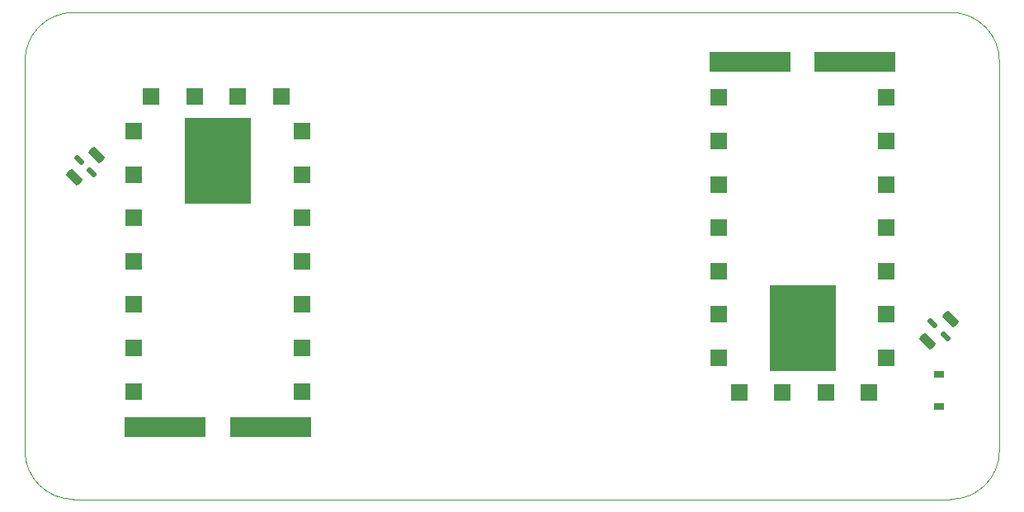
<source format=gbr>
%TF.GenerationSoftware,KiCad,Pcbnew,(6.0.9)*%
%TF.CreationDate,2022-12-19T18:44:09+02:00*%
%TF.ProjectId,cross_band_handy_walkie_talkie_V1,63726f73-735f-4626-916e-645f68616e64,rev?*%
%TF.SameCoordinates,Original*%
%TF.FileFunction,Paste,Bot*%
%TF.FilePolarity,Positive*%
%FSLAX46Y46*%
G04 Gerber Fmt 4.6, Leading zero omitted, Abs format (unit mm)*
G04 Created by KiCad (PCBNEW (6.0.9)) date 2022-12-19 18:44:09*
%MOMM*%
%LPD*%
G01*
G04 APERTURE LIST*
G04 Aperture macros list*
%AMRoundRect*
0 Rectangle with rounded corners*
0 $1 Rounding radius*
0 $2 $3 $4 $5 $6 $7 $8 $9 X,Y pos of 4 corners*
0 Add a 4 corners polygon primitive as box body*
4,1,4,$2,$3,$4,$5,$6,$7,$8,$9,$2,$3,0*
0 Add four circle primitives for the rounded corners*
1,1,$1+$1,$2,$3*
1,1,$1+$1,$4,$5*
1,1,$1+$1,$6,$7*
1,1,$1+$1,$8,$9*
0 Add four rect primitives between the rounded corners*
20,1,$1+$1,$2,$3,$4,$5,0*
20,1,$1+$1,$4,$5,$6,$7,0*
20,1,$1+$1,$6,$7,$8,$9,0*
20,1,$1+$1,$8,$9,$2,$3,0*%
G04 Aperture macros list end*
%TA.AperFunction,Profile*%
%ADD10C,0.100000*%
%TD*%
%ADD11RoundRect,0.189600X0.268701X-0.651104X0.651104X-0.268701X-0.268701X0.651104X-0.651104X0.268701X0*%
%ADD12RoundRect,0.092500X0.224506X-0.440174X0.440174X-0.224506X-0.224506X0.440174X-0.440174X0.224506X0*%
%ADD13R,1.080000X0.780000*%
%ADD14R,1.680000X1.680000*%
%ADD15R,6.880000X8.880000*%
%ADD16R,8.380000X2.080000*%
%ADD17RoundRect,0.189600X-0.268701X0.651104X-0.651104X0.268701X0.268701X-0.651104X0.651104X-0.268701X0*%
%ADD18RoundRect,0.092500X-0.224506X0.440174X-0.440174X0.224506X0.224506X-0.440174X0.440174X-0.224506X0*%
G04 APERTURE END LIST*
D10*
X150000000Y-55000000D02*
X150000000Y-95000000D01*
X150000000Y-55000000D02*
G75*
G03*
X145000000Y-50000000I-5000000J0D01*
G01*
X55000000Y-50000000D02*
X145000000Y-50000000D01*
X145000000Y-100000000D02*
X55000000Y-100000000D01*
X145000000Y-100000000D02*
G75*
G03*
X150000000Y-95000000I0J5000000D01*
G01*
X50000000Y-95000000D02*
X50000000Y-55000000D01*
X50000000Y-95000000D02*
G75*
G03*
X55000000Y-100000000I5000000J0D01*
G01*
X55000000Y-50000000D02*
G75*
G03*
X50000000Y-55000000I0J-5000000D01*
G01*
D11*
%TO.C,FL2*%
X142650951Y-83749049D03*
D12*
X143144158Y-81944158D03*
D11*
X144949049Y-81450951D03*
D12*
X144455842Y-83255842D03*
%TD*%
D13*
%TO.C,D3*%
X143800000Y-90450000D03*
X143800000Y-87150000D03*
%TD*%
D14*
%TO.C,U14*%
X121200000Y-58750000D03*
X121200000Y-63200000D03*
X121200000Y-67650000D03*
X121200000Y-72100000D03*
X121200000Y-76550000D03*
X121200000Y-81000000D03*
X121200000Y-85450000D03*
X123290000Y-89000000D03*
X127740000Y-89000000D03*
D15*
X129800000Y-82450000D03*
D16*
X124400000Y-55050000D03*
D14*
X132190000Y-89000000D03*
D16*
X135200000Y-55050000D03*
D14*
X136640000Y-89000000D03*
X138400000Y-85450000D03*
X138400000Y-81000000D03*
X138400000Y-76550000D03*
X138400000Y-72100000D03*
X138400000Y-67650000D03*
X138400000Y-63200000D03*
X138400000Y-58750000D03*
%TD*%
D17*
%TO.C,FL1*%
X57349049Y-64650951D03*
D18*
X56855842Y-66455842D03*
D17*
X55050951Y-66949049D03*
D18*
X55544158Y-65144158D03*
%TD*%
D14*
%TO.C,U13*%
X78400000Y-88900000D03*
X78400000Y-84450000D03*
X78400000Y-80000000D03*
X78400000Y-75550000D03*
X78400000Y-71100000D03*
X78400000Y-66650000D03*
X78400000Y-62200000D03*
X76310000Y-58650000D03*
X71860000Y-58650000D03*
D16*
X64400000Y-92600000D03*
D15*
X69800000Y-65200000D03*
D14*
X67410000Y-58650000D03*
D16*
X75200000Y-92600000D03*
D14*
X62960000Y-58650000D03*
X61200000Y-62200000D03*
X61200000Y-66650000D03*
X61200000Y-71100000D03*
X61200000Y-75550000D03*
X61200000Y-80000000D03*
X61200000Y-84450000D03*
X61200000Y-88900000D03*
%TD*%
M02*

</source>
